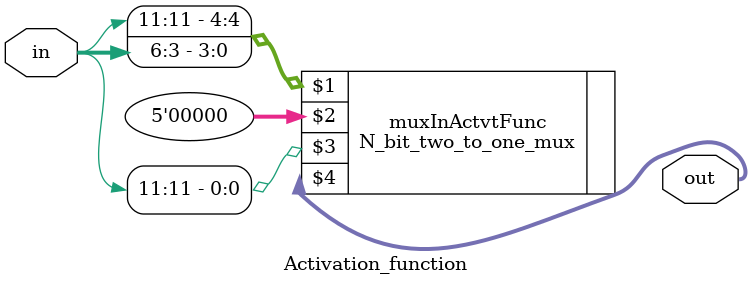
<source format=v>
module Activation_function(
    input [11:0] in,
    output [4:0] out
);

    N_bit_two_to_one_mux muxInActvtFunc (
        {in[11],in[6:3]}, 
        5'b00000, 
        in[11],
        out
    );

endmodule
</source>
